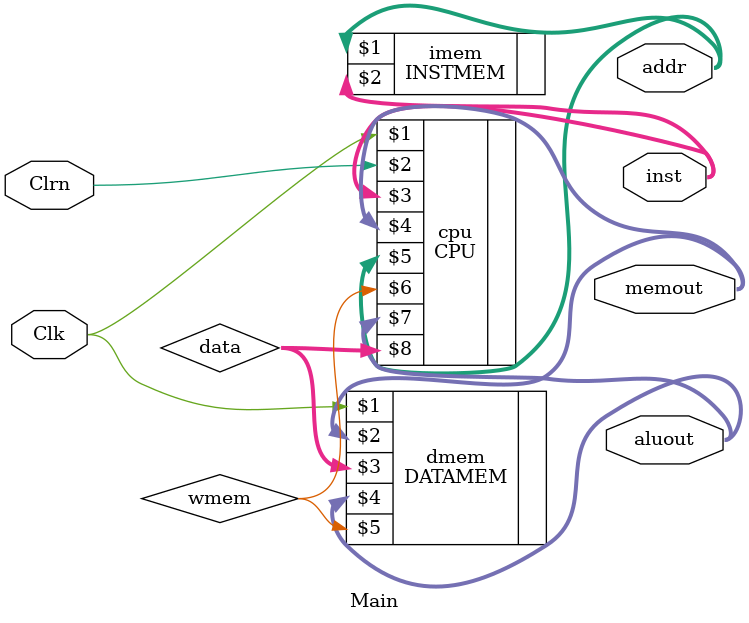
<source format=v>
module Main(Clk, Clrn, inst, addr, aluout, memout);
	input Clk, Clrn;
	output [31:0] inst, addr, aluout, memout;
	wire [31:0] data;
	wire        wmem;	
	INSTMEM imem(addr, inst);
	CPU cpu (Clk, Clrn, inst, memout, addr, wmem, aluout, data);
	DATAMEM dmem(Clk, memout, data, aluout, wmem);
endmodule

</source>
